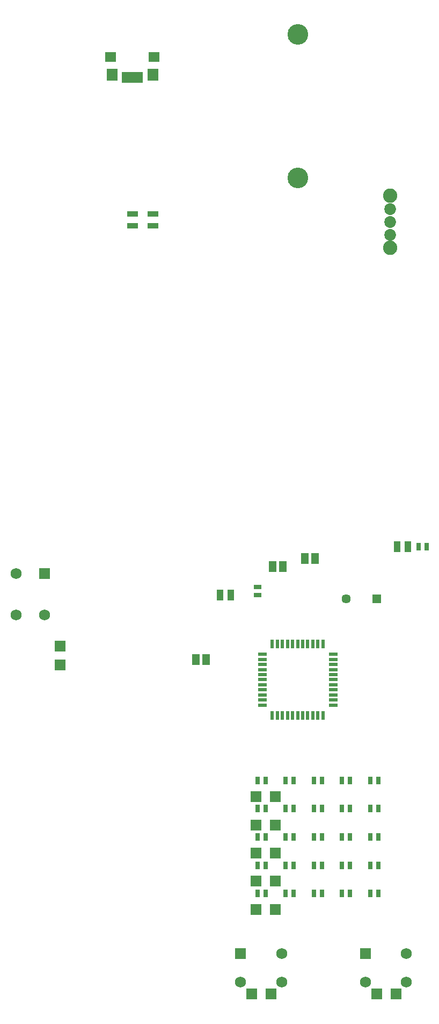
<source format=gbr>
%FSLAX23Y23*%
%MOIN*%
G04 EasyPC Gerber Version 17.0 Build 3379 *
%ADD15R,0.02400X0.05600*%
%ADD14R,0.05600X0.02400*%
%ADD25R,0.02752X0.04740*%
%ADD29R,0.02800X0.06500*%
%ADD87R,0.04000X0.06500*%
%ADD26R,0.04600X0.06700*%
%ADD83R,0.04740X0.02752*%
%ADD84R,0.06500X0.03600*%
%ADD88R,0.05700X0.05700*%
%ADD85R,0.06500X0.06900*%
%ADD72R,0.06500X0.07300*%
%ADD27R,0.06900X0.06900*%
%ADD73R,0.06700X0.06300*%
%ADD86R,0.06900X0.06500*%
%ADD89C,0.05700*%
%ADD28C,0.06900*%
%ADD90C,0.07299*%
%ADD91C,0.08874*%
%ADD92C,0.12811*%
X0Y0D02*
D02*
D14*
X1807Y1995D03*
Y2027D03*
Y2058D03*
Y2090D03*
Y2121D03*
Y2153D03*
Y2184D03*
Y2215D03*
Y2247D03*
Y2278D03*
Y2310D03*
X2249Y1995D03*
Y2027D03*
Y2058D03*
Y2090D03*
Y2121D03*
Y2153D03*
Y2184D03*
Y2215D03*
Y2247D03*
Y2278D03*
Y2310D03*
D02*
D15*
X1870Y1932D03*
Y2374D03*
X1902Y1932D03*
Y2374D03*
X1933Y1932D03*
Y2374D03*
X1965Y1932D03*
Y2374D03*
X1996Y1932D03*
Y2374D03*
X2028Y1932D03*
Y2374D03*
X2059Y1932D03*
Y2374D03*
X2090Y1932D03*
Y2374D03*
X2122Y1932D03*
Y2374D03*
X2153Y1932D03*
Y2374D03*
X2185Y1932D03*
Y2374D03*
D02*
D25*
X1777Y828D03*
Y1002D03*
Y1178D03*
Y1353D03*
Y1528D03*
X1828Y828D03*
Y1002D03*
Y1178D03*
Y1353D03*
Y1528D03*
X1952Y828D03*
Y1002D03*
Y1178D03*
Y1353D03*
Y1528D03*
X2003Y828D03*
Y1002D03*
Y1178D03*
Y1353D03*
Y1528D03*
X2127Y828D03*
Y1002D03*
Y1178D03*
Y1353D03*
Y1528D03*
X2178Y828D03*
Y1002D03*
Y1178D03*
Y1353D03*
Y1528D03*
X2302Y828D03*
Y1002D03*
Y1178D03*
Y1353D03*
Y1528D03*
X2353Y828D03*
Y1002D03*
Y1178D03*
Y1353D03*
Y1528D03*
X2477Y828D03*
Y1002D03*
Y1178D03*
Y1353D03*
Y1528D03*
X2528Y828D03*
Y1002D03*
Y1178D03*
Y1353D03*
Y1528D03*
X2777Y2978D03*
X2828D03*
D02*
D26*
X1396Y2278D03*
X1459D03*
X1871Y2853D03*
X1934D03*
X2071Y2903D03*
X2134D03*
D02*
D27*
X455Y2809D03*
X1672Y455D03*
X2447D03*
D02*
D28*
X278Y2553D03*
Y2809D03*
X455Y2553D03*
X1672Y278D03*
X1928D03*
Y455D03*
X2447Y278D03*
X2703D03*
Y455D03*
D02*
D29*
X950Y5888D03*
X976D03*
X1001D03*
X1027D03*
X1053D03*
D02*
D72*
X875Y5903D03*
X1127D03*
D02*
D73*
X866Y6014D03*
X1136D03*
D02*
D83*
X1778Y2677D03*
Y2728D03*
D02*
D84*
X1002Y4966D03*
Y5039D03*
X1127Y4966D03*
Y5039D03*
D02*
D85*
X1743Y203D03*
X1768Y728D03*
Y903D03*
Y1077D03*
Y1252D03*
Y1428D03*
X1862Y203D03*
X1887Y728D03*
Y903D03*
Y1077D03*
Y1252D03*
Y1428D03*
X2518Y203D03*
X2637D03*
D02*
D86*
X553Y2243D03*
Y2362D03*
D02*
D87*
X1544Y2678D03*
X1611D03*
X2644Y2978D03*
X2711D03*
D02*
D88*
X2520Y2653D03*
D02*
D89*
X2328D03*
D02*
D90*
X2603Y4912D03*
Y4991D03*
Y5070D03*
D02*
D91*
Y4830D03*
Y5153D03*
D02*
D92*
X2028Y5263D03*
Y6153D03*
X0Y0D02*
M02*

</source>
